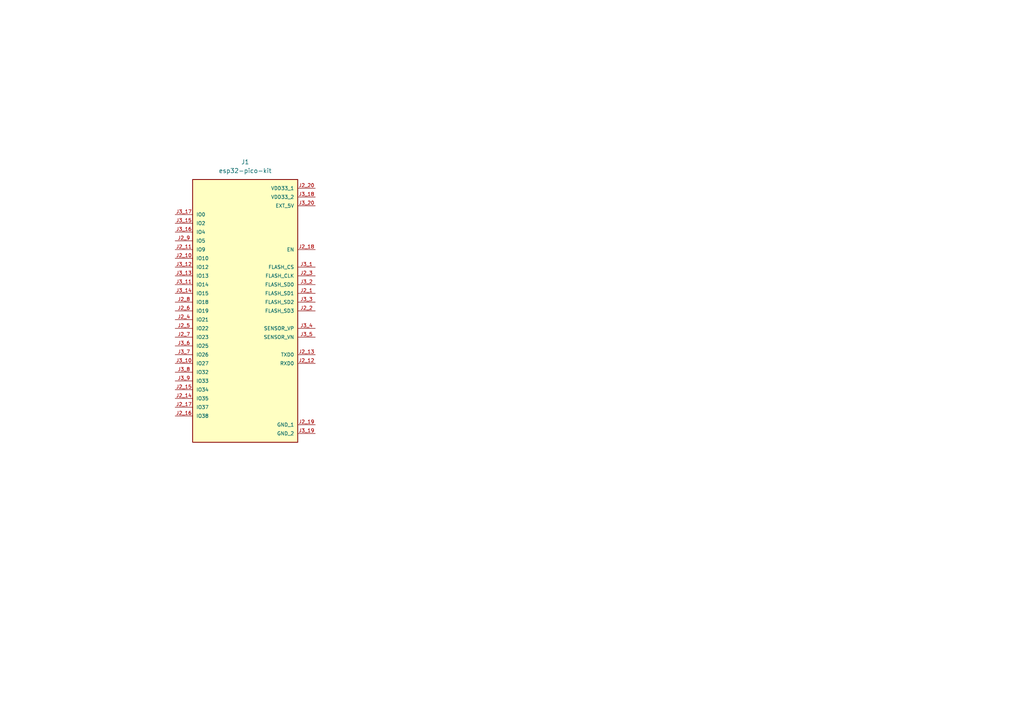
<source format=kicad_sch>
(kicad_sch (version 20211123) (generator eeschema)
  (paper "A4")
  (lib_symbols
    (symbol "esp32-pico-kit:esp32-pico-kit" (pin_names (offset 1.016))
      (property "Reference" "J" (at -15.2627 39.1591 0))
      (property "Value" "esp32-pico-kit" (at -15.2623 -40.6808 0))
      (symbol "esp32-pico-kit_0_0"
        (rectangle (start -15.24 -38.1) (end 15.24 38.1) (stroke (width 0.254)) (fill (type background)))
        (pin bidirectional line (at 20.32 5.08 180) (length 5.08) (name "FLASH_SD1") (number "J2_1"))
        (pin bidirectional line (at -20.32 15.24 0) (length 5.08) (name "IO10") (number "J2_10"))
        (pin bidirectional line (at -20.32 17.78 0) (length 5.08) (name "IO9") (number "J2_11"))
        (pin bidirectional line (at 20.32 -15.24 180) (length 5.08) (name "RXD0") (number "J2_12"))
        (pin bidirectional line (at 20.32 -12.7 180) (length 5.08) (name "TXD0") (number "J2_13"))
        (pin input line (at -20.32 -25.4 0) (length 5.08) (name "IO35") (number "J2_14"))
        (pin input line (at -20.32 -22.86 0) (length 5.08) (name "IO34") (number "J2_15"))
        (pin input line (at -20.32 -30.48 0) (length 5.08) (name "IO38") (number "J2_16"))
        (pin input line (at -20.32 -27.94 0) (length 5.08) (name "IO37") (number "J2_17"))
        (pin input line (at 20.32 17.78 180) (length 5.08) (name "EN") (number "J2_18"))
        (pin power_in line (at 20.32 -33.02 180) (length 5.08) (name "GND_1") (number "J2_19"))
        (pin bidirectional line (at 20.32 0 180) (length 5.08) (name "FLASH_SD3") (number "J2_2"))
        (pin power_in line (at 20.32 35.56 180) (length 5.08) (name "VDD33_1") (number "J2_20"))
        (pin bidirectional line (at 20.32 10.16 180) (length 5.08) (name "FLASH_CLK") (number "J2_3"))
        (pin bidirectional line (at -20.32 -2.54 0) (length 5.08) (name "IO21") (number "J2_4"))
        (pin bidirectional line (at -20.32 -5.08 0) (length 5.08) (name "IO22") (number "J2_5"))
        (pin bidirectional line (at -20.32 0 0) (length 5.08) (name "IO19") (number "J2_6"))
        (pin bidirectional line (at -20.32 -7.62 0) (length 5.08) (name "IO23") (number "J2_7"))
        (pin bidirectional line (at -20.32 2.54 0) (length 5.08) (name "IO18") (number "J2_8"))
        (pin bidirectional line (at -20.32 20.32 0) (length 5.08) (name "IO5") (number "J2_9"))
        (pin bidirectional line (at 20.32 12.7 180) (length 5.08) (name "FLASH_CS") (number "J3_1"))
        (pin bidirectional line (at -20.32 -15.24 0) (length 5.08) (name "IO27") (number "J3_10"))
        (pin bidirectional line (at -20.32 7.62 0) (length 5.08) (name "IO14") (number "J3_11"))
        (pin bidirectional line (at -20.32 12.7 0) (length 5.08) (name "IO12") (number "J3_12"))
        (pin bidirectional line (at -20.32 10.16 0) (length 5.08) (name "IO13") (number "J3_13"))
        (pin bidirectional line (at -20.32 5.08 0) (length 5.08) (name "IO15") (number "J3_14"))
        (pin bidirectional line (at -20.32 25.4 0) (length 5.08) (name "IO2") (number "J3_15"))
        (pin bidirectional line (at -20.32 22.86 0) (length 5.08) (name "IO4") (number "J3_16"))
        (pin bidirectional line (at -20.32 27.94 0) (length 5.08) (name "IO0") (number "J3_17"))
        (pin power_in line (at 20.32 33.02 180) (length 5.08) (name "VDD33_2") (number "J3_18"))
        (pin power_in line (at 20.32 -35.56 180) (length 5.08) (name "GND_2") (number "J3_19"))
        (pin bidirectional line (at 20.32 7.62 180) (length 5.08) (name "FLASH_SD0") (number "J3_2"))
        (pin power_in line (at 20.32 30.48 180) (length 5.08) (name "EXT_5V") (number "J3_20"))
        (pin bidirectional line (at 20.32 2.54 180) (length 5.08) (name "FLASH_SD2") (number "J3_3"))
        (pin input line (at 20.32 -5.08 180) (length 5.08) (name "SENSOR_VP") (number "J3_4"))
        (pin input line (at 20.32 -7.62 180) (length 5.08) (name "SENSOR_VN") (number "J3_5"))
        (pin bidirectional line (at -20.32 -10.16 0) (length 5.08) (name "IO25") (number "J3_6"))
        (pin bidirectional line (at -20.32 -12.7 0) (length 5.08) (name "IO26") (number "J3_7"))
        (pin bidirectional line (at -20.32 -17.78 0) (length 5.08) (name "IO32") (number "J3_8"))
        (pin bidirectional line (at -20.32 -20.32 0) (length 5.08) (name "IO33") (number "J3_9"))
      )
    )
  )
  (symbol (lib_id "esp32-pico-kit:esp32-pico-kit") (at 71.12 90.17 0) (unit 1)
    (property "Reference" "J1" (at 71.12 46.99 0))
    (property "Value" "esp32-pico-kit" (at 71.12 49.53 0))
    (property "Footprint" "esp32-pico-kit:esp32-pico-kit" (effects hide))
    (property "MF" "Espressif Systems" (effects hide))
    (property "DESCRIPTION" "Esp32 Wifi Bluetooth Eval Board" (effects hide))
    (property "Package" "None" (effects hide))
    (property "Price" "None" (effects hide))
    (property "Check_prices" "https://www.snapeda.com/parts/ESP32-PICO-KIT/Espressif+Systems/view-part/?ref=eda" (effects hide))
    (property "PARTREV" "4.1" (effects hide))
    (property "SnapEDA_Link" "https://www.snapeda.com/parts/ESP32-PICO-KIT/Espressif+Systems/view-part/?ref=snap" (effects hide))
    (property "MP" "ESP32-PICO-KIT" (effects hide))
    (property "Description" "\n- ESP32-PICO-D4 Transceiver; 802.11 b/g/n (Wi-Fi, WiFi, WLAN), Bluetooth® Smart Ready 4.x Dual Mode 2.4GHz Evaluation Board\n" (effects hide))
    (property "Availability" "In Stock" (effects hide))
    (property "MANUFACTURER" "Espressif Systems" (effects hide))
  )
)
</source>
